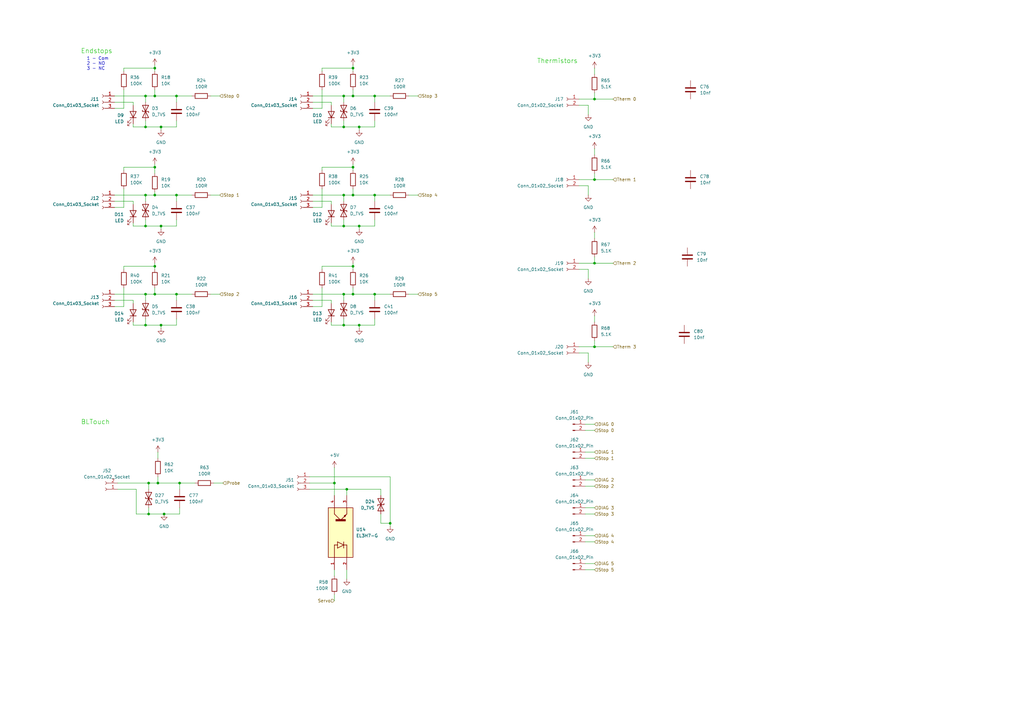
<source format=kicad_sch>
(kicad_sch (version 20231120) (generator "eeschema") (generator_version "8.0")
  (paper "A3")
  (lib_symbols
    (symbol "Connector:Conn_01x02_Pin" (pin_names (offset 1.016) hide)
      (property "Reference" "J" (at 0 2.54 0))
      (property "Value" "Conn_01x02_Pin" (at 0 -5.08 0))
      (symbol "Conn_01x02_Pin_1_1"
        (polyline (pts (xy 1.27 -2.54) (xy 0.8636 -2.54)) (stroke (width 0.1524)))
        (polyline (pts (xy 1.27 0) (xy 0.8636 0)) (stroke (width 0.1524)))
        (rectangle (start 0.8636 -2.413) (end 0 -2.667) (stroke (width 0.1524)) (fill (type outline)))
        (rectangle (start 0.8636 0.127) (end 0 -0.127) (stroke (width 0.1524)) (fill (type outline)))
        (pin passive line (at 5.08 0 180) (length 3.81) (name "Pin_1") (number "1"))
        (pin passive line (at 5.08 -2.54 180) (length 3.81) (name "Pin_2") (number "2"))
      )
    )
    (symbol "Connector:Conn_01x02_Socket" (pin_names (offset 1.016) hide)
      (property "Reference" "J" (at 0 2.54 0))
      (property "Value" "Conn_01x02_Socket" (at 0 -5.08 0))
      (symbol "Conn_01x02_Socket_1_1"
        (arc (start 0 -2.032) (mid -0.5058 -2.54) (end 0 -3.048) (stroke (width 0.1524)))
        (polyline (pts (xy -1.27 -2.54) (xy -0.508 -2.54)) (stroke (width 0.1524)))
        (polyline (pts (xy -1.27 0) (xy -0.508 0)) (stroke (width 0.1524)))
        (arc (start 0 0.508) (mid -0.5058 0) (end 0 -0.508) (stroke (width 0.1524)))
        (pin passive line (at -5.08 0 0) (length 3.81) (name "Pin_1") (number "1"))
        (pin passive line (at -5.08 -2.54 0) (length 3.81) (name "Pin_2") (number "2"))
      )
    )
    (symbol "Connector:Conn_01x03_Socket" (pin_names (offset 1.016) hide)
      (property "Reference" "J" (at 0 5.08 0))
      (property "Value" "Conn_01x03_Socket" (at 0 -5.08 0))
      (symbol "Conn_01x03_Socket_1_1"
        (arc (start 0 -2.032) (mid -0.5058 -2.54) (end 0 -3.048) (stroke (width 0.1524)))
        (polyline (pts (xy -1.27 -2.54) (xy -0.508 -2.54)) (stroke (width 0.1524)))
        (polyline (pts (xy -1.27 0) (xy -0.508 0)) (stroke (width 0.1524)))
        (polyline (pts (xy -1.27 2.54) (xy -0.508 2.54)) (stroke (width 0.1524)))
        (arc (start 0 0.508) (mid -0.5058 0) (end 0 -0.508) (stroke (width 0.1524)))
        (arc (start 0 3.048) (mid -0.5058 2.54) (end 0 2.032) (stroke (width 0.1524)))
        (pin passive line (at -5.08 2.54 0) (length 3.81) (name "Pin_1") (number "1"))
        (pin passive line (at -5.08 0 0) (length 3.81) (name "Pin_2") (number "2"))
        (pin passive line (at -5.08 -2.54 0) (length 3.81) (name "Pin_3") (number "3"))
      )
    )
    (symbol "Device:C" (pin_numbers hide) (pin_names (offset 0.254))
      (property "Reference" "C" (at 0.635 2.54 0))
      (property "Value" "C" (at 0.635 -2.54 0))
      (symbol "C_0_1"
        (polyline (pts (xy -2.032 -0.762) (xy 2.032 -0.762)) (stroke (width 0.508)))
        (polyline (pts (xy -2.032 0.762) (xy 2.032 0.762)) (stroke (width 0.508)))
      )
      (symbol "C_1_1"
        (pin passive line (at 0 3.81 270) (length 2.794) (name "~") (number "1"))
        (pin passive line (at 0 -3.81 90) (length 2.794) (name "~") (number "2"))
      )
    )
    (symbol "Device:D_TVS" (pin_numbers hide) (pin_names (offset 1.016) hide)
      (property "Reference" "D" (at 0 2.54 0))
      (property "Value" "D_TVS" (at 0 -2.54 0))
      (symbol "D_TVS_0_1"
        (polyline (pts (xy 1.27 0) (xy -1.27 0)))
        (polyline (pts (xy 0.508 1.27) (xy 0 1.27) (xy 0 -1.27) (xy -0.508 -1.27)) (stroke (width 0.254)))
        (polyline (pts (xy -2.54 1.27) (xy -2.54 -1.27) (xy 2.54 1.27) (xy 2.54 -1.27) (xy -2.54 1.27)) (stroke (width 0.254)))
      )
      (symbol "D_TVS_1_1"
        (pin passive line (at -3.81 0 0) (length 2.54) (name "A1") (number "1"))
        (pin passive line (at 3.81 0 180) (length 2.54) (name "A2") (number "2"))
      )
    )
    (symbol "Device:LED" (pin_numbers hide) (pin_names (offset 1.016) hide)
      (property "Reference" "D" (at 0 2.54 0))
      (property "Value" "LED" (at 0 -2.54 0))
      (symbol "LED_0_1"
        (polyline (pts (xy -1.27 -1.27) (xy -1.27 1.27)) (stroke (width 0.254)))
        (polyline (pts (xy -1.27 0) (xy 1.27 0)))
        (polyline (pts (xy 1.27 -1.27) (xy 1.27 1.27) (xy -1.27 0) (xy 1.27 -1.27)) (stroke (width 0.254)))
        (polyline (pts (xy -3.048 -0.762) (xy -4.572 -2.286) (xy -3.81 -2.286) (xy -4.572 -2.286) (xy -4.572 -1.524)))
        (polyline (pts (xy -1.778 -0.762) (xy -3.302 -2.286) (xy -2.54 -2.286) (xy -3.302 -2.286) (xy -3.302 -1.524)))
      )
      (symbol "LED_1_1"
        (pin passive line (at -3.81 0 0) (length 2.54) (name "K") (number "1"))
        (pin passive line (at 3.81 0 180) (length 2.54) (name "A") (number "2"))
      )
    )
    (symbol "Device:R" (pin_numbers hide) (pin_names (offset 0))
      (property "Reference" "R" (at 2.032 0 90))
      (property "Value" "R" (at 0 0 90))
      (symbol "R_0_1"
        (rectangle (start -1.016 -2.54) (end 1.016 2.54) (stroke (width 0.254)))
      )
      (symbol "R_1_1"
        (pin passive line (at 0 3.81 270) (length 1.27) (name "~") (number "1"))
        (pin passive line (at 0 -3.81 90) (length 1.27) (name "~") (number "2"))
      )
    )
    (symbol "EL3H7-G:EL3H7-G" (pin_names (offset 1.016))
      (property "Reference" "U" (at -10.1649 5.5934 0))
      (property "Value" "EL3H7-G" (at -10.1606 -7.621 0))
      (symbol "EL3H7-G_0_0"
        (rectangle (start -10.16 -5.08) (end 10.16 5.08) (stroke (width 0.254)) (fill (type background)))
        (polyline (pts (xy -10.16 -2.54) (xy -5.08 -2.54)) (stroke (width 0.254)))
        (polyline (pts (xy -10.16 2.54) (xy -5.08 2.54)) (stroke (width 0.254)))
        (polyline (pts (xy -6.35 -1.27) (xy -5.08 -1.27)) (stroke (width 0.254)))
        (polyline (pts (xy -6.35 1.27) (xy -5.08 -1.27)) (stroke (width 0.254)))
        (polyline (pts (xy -6.35 1.27) (xy -5.08 1.27)) (stroke (width 0.254)))
        (polyline (pts (xy -5.08 -1.27) (xy -5.08 -2.54)) (stroke (width 0.254)))
        (polyline (pts (xy -5.08 -1.27) (xy -3.81 -1.27)) (stroke (width 0.254)))
        (polyline (pts (xy -5.08 -1.27) (xy -3.81 1.27)) (stroke (width 0.254)))
        (polyline (pts (xy -5.08 1.27) (xy -5.08 2.54)) (stroke (width 0.254)))
        (polyline (pts (xy -5.08 1.27) (xy -3.81 1.27)) (stroke (width 0.254)))
        (polyline (pts (xy 5.08 0) (xy 7.62 -2.54)) (stroke (width 0.254)))
        (polyline (pts (xy 7.62 -2.54) (xy 10.16 -2.54)) (stroke (width 0.254)))
        (polyline (pts (xy 7.62 2.54) (xy 5.08 0)) (stroke (width 0.254)))
        (polyline (pts (xy 7.62 2.54) (xy 10.16 2.54)) (stroke (width 0.254)))
        (polyline (pts (xy 6.985 -1.397) (xy 7.366 -2.286) (xy 6.35 -1.778) (xy 6.985 -1.397)) (stroke (width 0.1524)) (fill (type outline)))
        (rectangle (start 4.7028 -2.0337) (end 5.461 2.032) (stroke (width 0.1)) (fill (type outline)))
        (pin passive line (at -15.24 2.54 0) (length 5.08) (name "~") (number "1"))
        (pin passive line (at -15.24 -2.54 0) (length 5.08) (name "~") (number "2"))
        (pin passive line (at 15.24 -2.54 180) (length 5.08) (name "~") (number "3"))
        (pin passive line (at 15.24 2.54 180) (length 5.08) (name "~") (number "4"))
      )
    )
    (symbol "power:+3V3" (power) (pin_numbers hide) (pin_names (offset 0) hide)
      (property "Value" "+3V3" (at 0 3.556 0))
      (symbol "+3V3_0_1"
        (polyline (pts (xy -0.762 1.27) (xy 0 2.54)))
        (polyline (pts (xy 0 0) (xy 0 2.54)))
        (polyline (pts (xy 0 2.54) (xy 0.762 1.27)))
      )
      (symbol "+3V3_1_1"
        (pin power_in line (at 0 0 90) (length 0) (name "~") (number "1"))
      )
    )
    (symbol "power:+5V" (power) (pin_numbers hide) (pin_names (offset 0) hide)
      (property "Value" "+5V" (at 0 3.556 0))
      (symbol "+5V_0_1"
        (polyline (pts (xy -0.762 1.27) (xy 0 2.54)))
        (polyline (pts (xy 0 0) (xy 0 2.54)))
        (polyline (pts (xy 0 2.54) (xy 0.762 1.27)))
      )
      (symbol "+5V_1_1"
        (pin power_in line (at 0 0 90) (length 0) (name "~") (number "1"))
      )
    )
    (symbol "power:GND" (power) (pin_numbers hide) (pin_names (offset 0) hide)
      (property "Value" "GND" (at 0 -3.81 0))
      (symbol "GND_0_1"
        (polyline (pts (xy 0 0) (xy 0 -1.27) (xy 1.27 -1.27) (xy 0 -2.54) (xy -1.27 -1.27) (xy 0 -1.27)))
      )
      (symbol "GND_1_1"
        (pin power_in line (at 0 0 270) (length 0) (name "~") (number "1"))
      )
    )
  )
  (junction (at 153.67 39.37))
  (junction (at 59.69 120.65))
  (junction (at 72.39 120.65))
  (junction (at 147.32 133.35))
  (junction (at 72.39 80.01))
  (junction (at 140.97 92.71))
  (junction (at 63.5 39.37))
  (junction (at 144.78 68.58))
  (junction (at 59.69 39.37))
  (junction (at 144.78 27.94))
  (junction (at 59.69 133.35))
  (junction (at 144.78 39.37))
  (junction (at 160.02 214.63))
  (junction (at 140.97 80.01))
  (junction (at 63.5 80.01))
  (junction (at 66.04 133.35))
  (junction (at 66.04 92.71))
  (junction (at 140.97 120.65))
  (junction (at 140.97 133.35))
  (junction (at 66.04 52.07))
  (junction (at 140.97 39.37))
  (junction (at 137.16 198.12))
  (junction (at 60.96 198.12))
  (junction (at 144.78 80.01))
  (junction (at 243.84 73.66))
  (junction (at 67.31 210.82))
  (junction (at 243.84 40.64))
  (junction (at 153.67 80.01))
  (junction (at 147.32 92.71))
  (junction (at 243.84 107.95))
  (junction (at 60.96 210.82))
  (junction (at 72.39 39.37))
  (junction (at 63.5 68.58))
  (junction (at 73.66 198.12))
  (junction (at 59.69 92.71))
  (junction (at 147.32 52.07))
  (junction (at 144.78 120.65))
  (junction (at 63.5 27.94))
  (junction (at 140.97 52.07))
  (junction (at 59.69 52.07))
  (junction (at 153.67 120.65))
  (junction (at 142.24 200.66))
  (junction (at 144.78 109.22))
  (junction (at 63.5 120.65))
  (junction (at 243.84 142.24))
  (junction (at 64.77 198.12))
  (junction (at 59.69 80.01))
  (junction (at 63.5 109.22))
  (wire (pts (xy 59.69 130.81) (xy 59.69 133.35)))
  (wire (pts (xy 137.16 243.84) (xy 137.16 246.38)))
  (wire (pts (xy 140.97 52.07) (xy 147.32 52.07)))
  (wire (pts (xy 144.78 107.95) (xy 144.78 109.22)))
  (wire (pts (xy 132.08 85.09) (xy 128.27 85.09)))
  (wire (pts (xy 59.69 80.01) (xy 63.5 80.01)))
  (wire (pts (xy 243.84 185.42) (xy 240.03 185.42)))
  (wire (pts (xy 50.8 29.21) (xy 50.8 27.94)))
  (wire (pts (xy 132.08 69.85) (xy 132.08 68.58)))
  (wire (pts (xy 147.32 92.71) (xy 153.67 92.71)))
  (wire (pts (xy 167.64 120.65) (xy 171.45 120.65)))
  (wire (pts (xy 73.66 210.82) (xy 73.66 208.28)))
  (wire (pts (xy 243.84 176.53) (xy 240.03 176.53)))
  (wire (pts (xy 243.84 231.14) (xy 240.03 231.14)))
  (wire (pts (xy 50.8 69.85) (xy 50.8 68.58)))
  (wire (pts (xy 66.04 52.07) (xy 72.39 52.07)))
  (wire (pts (xy 72.39 52.07) (xy 72.39 49.53)))
  (wire (pts (xy 140.97 39.37) (xy 144.78 39.37)))
  (wire (pts (xy 243.84 142.24) (xy 251.46 142.24)))
  (wire (pts (xy 63.5 27.94) (xy 63.5 29.21)))
  (wire (pts (xy 160.02 195.58) (xy 160.02 214.63)))
  (wire (pts (xy 153.67 80.01) (xy 160.02 80.01)))
  (wire (pts (xy 142.24 200.66) (xy 142.24 203.2)))
  (wire (pts (xy 63.5 109.22) (xy 63.5 110.49)))
  (wire (pts (xy 66.04 92.71) (xy 72.39 92.71)))
  (wire (pts (xy 128.27 123.19) (xy 135.89 123.19)))
  (wire (pts (xy 243.84 40.64) (xy 243.84 38.1)))
  (wire (pts (xy 50.8 36.83) (xy 50.8 44.45)))
  (wire (pts (xy 147.32 134.62) (xy 147.32 133.35)))
  (wire (pts (xy 147.32 52.07) (xy 153.67 52.07)))
  (wire (pts (xy 243.84 129.54) (xy 243.84 132.08)))
  (wire (pts (xy 59.69 120.65) (xy 63.5 120.65)))
  (wire (pts (xy 153.67 39.37) (xy 153.67 41.91)))
  (wire (pts (xy 54.61 92.71) (xy 59.69 92.71)))
  (wire (pts (xy 160.02 215.9) (xy 160.02 214.63)))
  (wire (pts (xy 241.3 114.3) (xy 241.3 110.49)))
  (wire (pts (xy 50.8 77.47) (xy 50.8 85.09)))
  (wire (pts (xy 137.16 198.12) (xy 137.16 203.2)))
  (wire (pts (xy 132.08 109.22) (xy 144.78 109.22)))
  (wire (pts (xy 135.89 92.71) (xy 140.97 92.71)))
  (wire (pts (xy 128.27 41.91) (xy 135.89 41.91)))
  (wire (pts (xy 243.84 222.25) (xy 240.03 222.25)))
  (wire (pts (xy 87.63 198.12) (xy 91.44 198.12)))
  (wire (pts (xy 243.84 173.99) (xy 240.03 173.99)))
  (wire (pts (xy 144.78 118.11) (xy 144.78 120.65)))
  (wire (pts (xy 153.67 80.01) (xy 144.78 80.01)))
  (wire (pts (xy 59.69 80.01) (xy 59.69 82.55)))
  (wire (pts (xy 54.61 41.91) (xy 54.61 43.18)))
  (wire (pts (xy 140.97 133.35) (xy 147.32 133.35)))
  (wire (pts (xy 132.08 77.47) (xy 132.08 85.09)))
  (wire (pts (xy 243.84 73.66) (xy 251.46 73.66)))
  (wire (pts (xy 46.99 80.01) (xy 59.69 80.01)))
  (wire (pts (xy 72.39 80.01) (xy 63.5 80.01)))
  (wire (pts (xy 64.77 195.58) (xy 64.77 198.12)))
  (wire (pts (xy 127 200.66) (xy 142.24 200.66)))
  (wire (pts (xy 54.61 133.35) (xy 59.69 133.35)))
  (wire (pts (xy 86.36 120.65) (xy 90.17 120.65)))
  (wire (pts (xy 140.97 120.65) (xy 140.97 123.19)))
  (wire (pts (xy 46.99 39.37) (xy 59.69 39.37)))
  (wire (pts (xy 72.39 120.65) (xy 72.39 123.19)))
  (wire (pts (xy 144.78 109.22) (xy 144.78 110.49)))
  (wire (pts (xy 54.61 50.8) (xy 54.61 52.07)))
  (wire (pts (xy 132.08 125.73) (xy 128.27 125.73)))
  (wire (pts (xy 142.24 200.66) (xy 156.21 200.66)))
  (wire (pts (xy 132.08 110.49) (xy 132.08 109.22)))
  (wire (pts (xy 132.08 27.94) (xy 144.78 27.94)))
  (wire (pts (xy 237.49 43.18) (xy 241.3 43.18)))
  (wire (pts (xy 243.84 208.28) (xy 240.03 208.28)))
  (wire (pts (xy 132.08 29.21) (xy 132.08 27.94)))
  (wire (pts (xy 147.32 53.34) (xy 147.32 52.07)))
  (wire (pts (xy 153.67 39.37) (xy 160.02 39.37)))
  (wire (pts (xy 140.97 120.65) (xy 144.78 120.65)))
  (wire (pts (xy 46.99 41.91) (xy 54.61 41.91)))
  (wire (pts (xy 59.69 49.53) (xy 59.69 52.07)))
  (wire (pts (xy 54.61 132.08) (xy 54.61 133.35)))
  (wire (pts (xy 140.97 92.71) (xy 147.32 92.71)))
  (wire (pts (xy 243.84 219.71) (xy 240.03 219.71)))
  (wire (pts (xy 60.96 198.12) (xy 60.96 200.66)))
  (wire (pts (xy 50.8 68.58) (xy 63.5 68.58)))
  (wire (pts (xy 54.61 52.07) (xy 59.69 52.07)))
  (wire (pts (xy 153.67 133.35) (xy 153.67 130.81)))
  (wire (pts (xy 59.69 39.37) (xy 59.69 41.91)))
  (wire (pts (xy 237.49 107.95) (xy 243.84 107.95)))
  (wire (pts (xy 137.16 233.68) (xy 137.16 236.22)))
  (wire (pts (xy 243.84 73.66) (xy 243.84 71.12)))
  (wire (pts (xy 46.99 82.55) (xy 54.61 82.55)))
  (wire (pts (xy 243.84 60.96) (xy 243.84 63.5)))
  (wire (pts (xy 50.8 110.49) (xy 50.8 109.22)))
  (wire (pts (xy 156.21 214.63) (xy 160.02 214.63)))
  (wire (pts (xy 243.84 40.64) (xy 251.46 40.64)))
  (wire (pts (xy 50.8 125.73) (xy 46.99 125.73)))
  (wire (pts (xy 63.5 67.31) (xy 63.5 68.58)))
  (wire (pts (xy 54.61 82.55) (xy 54.61 83.82)))
  (wire (pts (xy 243.84 210.82) (xy 240.03 210.82)))
  (wire (pts (xy 128.27 39.37) (xy 140.97 39.37)))
  (wire (pts (xy 243.84 199.39) (xy 240.03 199.39)))
  (wire (pts (xy 135.89 82.55) (xy 135.89 83.82)))
  (wire (pts (xy 147.32 93.98) (xy 147.32 92.71)))
  (wire (pts (xy 72.39 39.37) (xy 72.39 41.91)))
  (wire (pts (xy 73.66 198.12) (xy 64.77 198.12)))
  (wire (pts (xy 46.99 123.19) (xy 54.61 123.19)))
  (wire (pts (xy 50.8 44.45) (xy 46.99 44.45)))
  (wire (pts (xy 140.97 130.81) (xy 140.97 133.35)))
  (wire (pts (xy 135.89 132.08) (xy 135.89 133.35)))
  (wire (pts (xy 63.5 118.11) (xy 63.5 120.65)))
  (wire (pts (xy 50.8 109.22) (xy 63.5 109.22)))
  (wire (pts (xy 153.67 80.01) (xy 153.67 82.55)))
  (wire (pts (xy 60.96 208.28) (xy 60.96 210.82)))
  (wire (pts (xy 135.89 133.35) (xy 140.97 133.35)))
  (wire (pts (xy 60.96 198.12) (xy 64.77 198.12)))
  (wire (pts (xy 72.39 39.37) (xy 78.74 39.37)))
  (wire (pts (xy 135.89 123.19) (xy 135.89 124.46)))
  (wire (pts (xy 241.3 46.99) (xy 241.3 43.18)))
  (wire (pts (xy 63.5 68.58) (xy 63.5 71.12)))
  (wire (pts (xy 72.39 120.65) (xy 78.74 120.65)))
  (wire (pts (xy 72.39 92.71) (xy 72.39 90.17)))
  (wire (pts (xy 243.84 27.94) (xy 243.84 30.48)))
  (wire (pts (xy 59.69 52.07) (xy 66.04 52.07)))
  (wire (pts (xy 241.3 80.01) (xy 241.3 76.2)))
  (wire (pts (xy 59.69 133.35) (xy 66.04 133.35)))
  (wire (pts (xy 128.27 82.55) (xy 135.89 82.55)))
  (wire (pts (xy 135.89 50.8) (xy 135.89 52.07)))
  (wire (pts (xy 153.67 39.37) (xy 144.78 39.37)))
  (wire (pts (xy 86.36 80.01) (xy 90.17 80.01)))
  (wire (pts (xy 59.69 92.71) (xy 66.04 92.71)))
  (wire (pts (xy 48.26 198.12) (xy 60.96 198.12)))
  (wire (pts (xy 241.3 148.59) (xy 241.3 144.78)))
  (wire (pts (xy 50.8 27.94) (xy 63.5 27.94)))
  (wire (pts (xy 127 195.58) (xy 160.02 195.58)))
  (wire (pts (xy 237.49 73.66) (xy 243.84 73.66)))
  (wire (pts (xy 72.39 80.01) (xy 72.39 82.55)))
  (wire (pts (xy 132.08 118.11) (xy 132.08 125.73)))
  (wire (pts (xy 237.49 110.49) (xy 241.3 110.49)))
  (wire (pts (xy 237.49 142.24) (xy 243.84 142.24)))
  (wire (pts (xy 66.04 53.34) (xy 66.04 52.07)))
  (wire (pts (xy 86.36 39.37) (xy 90.17 39.37)))
  (wire (pts (xy 237.49 76.2) (xy 241.3 76.2)))
  (wire (pts (xy 137.16 198.12) (xy 137.16 191.77)))
  (wire (pts (xy 153.67 52.07) (xy 153.67 49.53)))
  (wire (pts (xy 73.66 198.12) (xy 80.01 198.12)))
  (wire (pts (xy 144.78 36.83) (xy 144.78 39.37)))
  (wire (pts (xy 153.67 92.71) (xy 153.67 90.17)))
  (wire (pts (xy 144.78 27.94) (xy 144.78 29.21)))
  (wire (pts (xy 128.27 120.65) (xy 140.97 120.65)))
  (wire (pts (xy 132.08 36.83) (xy 132.08 44.45)))
  (wire (pts (xy 72.39 80.01) (xy 78.74 80.01)))
  (wire (pts (xy 55.88 200.66) (xy 55.88 210.82)))
  (wire (pts (xy 243.84 196.85) (xy 240.03 196.85)))
  (wire (pts (xy 140.97 80.01) (xy 144.78 80.01)))
  (wire (pts (xy 66.04 133.35) (xy 72.39 133.35)))
  (wire (pts (xy 243.84 233.68) (xy 240.03 233.68)))
  (wire (pts (xy 167.64 39.37) (xy 171.45 39.37)))
  (wire (pts (xy 64.77 185.42) (xy 64.77 187.96)))
  (wire (pts (xy 135.89 52.07) (xy 140.97 52.07)))
  (wire (pts (xy 167.64 80.01) (xy 171.45 80.01)))
  (wire (pts (xy 73.66 198.12) (xy 73.66 200.66)))
  (wire (pts (xy 72.39 120.65) (xy 63.5 120.65)))
  (wire (pts (xy 66.04 93.98) (xy 66.04 92.71)))
  (wire (pts (xy 243.84 95.25) (xy 243.84 97.79)))
  (wire (pts (xy 237.49 144.78) (xy 241.3 144.78)))
  (wire (pts (xy 144.78 68.58) (xy 144.78 69.85)))
  (wire (pts (xy 59.69 39.37) (xy 63.5 39.37)))
  (wire (pts (xy 135.89 91.44) (xy 135.89 92.71)))
  (wire (pts (xy 67.31 210.82) (xy 73.66 210.82)))
  (wire (pts (xy 54.61 123.19) (xy 54.61 124.46)))
  (wire (pts (xy 147.32 133.35) (xy 153.67 133.35)))
  (wire (pts (xy 59.69 120.65) (xy 59.69 123.19)))
  (wire (pts (xy 63.5 78.74) (xy 63.5 80.01)))
  (wire (pts (xy 153.67 120.65) (xy 153.67 123.19)))
  (wire (pts (xy 132.08 44.45) (xy 128.27 44.45)))
  (wire (pts (xy 237.49 40.64) (xy 243.84 40.64)))
  (wire (pts (xy 72.39 39.37) (xy 63.5 39.37)))
  (wire (pts (xy 140.97 80.01) (xy 140.97 82.55)))
  (wire (pts (xy 140.97 39.37) (xy 140.97 41.91)))
  (wire (pts (xy 243.84 107.95) (xy 251.46 107.95)))
  (wire (pts (xy 144.78 77.47) (xy 144.78 80.01)))
  (wire (pts (xy 142.24 233.68) (xy 142.24 237.49)))
  (wire (pts (xy 50.8 85.09) (xy 46.99 85.09)))
  (wire (pts (xy 63.5 107.95) (xy 63.5 109.22)))
  (wire (pts (xy 60.96 210.82) (xy 67.31 210.82)))
  (wire (pts (xy 128.27 80.01) (xy 140.97 80.01)))
  (wire (pts (xy 140.97 90.17) (xy 140.97 92.71)))
  (wire (pts (xy 63.5 26.67) (xy 63.5 27.94)))
  (wire (pts (xy 135.89 41.91) (xy 135.89 43.18)))
  (wire (pts (xy 153.67 120.65) (xy 144.78 120.65)))
  (wire (pts (xy 127 198.12) (xy 137.16 198.12)))
  (wire (pts (xy 50.8 118.11) (xy 50.8 125.73)))
  (wire (pts (xy 144.78 67.31) (xy 144.78 68.58)))
  (wire (pts (xy 54.61 91.44) (xy 54.61 92.71)))
  (wire (pts (xy 144.78 26.67) (xy 144.78 27.94)))
  (wire (pts (xy 243.84 142.24) (xy 243.84 139.7)))
  (wire (pts (xy 66.04 134.62) (xy 66.04 133.35)))
  (wire (pts (xy 156.21 200.66) (xy 156.21 203.2)))
  (wire (pts (xy 46.99 120.65) (xy 59.69 120.65)))
  (wire (pts (xy 243.84 107.95) (xy 243.84 105.41)))
  (wire (pts (xy 153.67 120.65) (xy 160.02 120.65)))
  (wire (pts (xy 59.69 90.17) (xy 59.69 92.71)))
  (wire (pts (xy 132.08 68.58) (xy 144.78 68.58)))
  (wire (pts (xy 48.26 200.66) (xy 55.88 200.66)))
  (wire (pts (xy 72.39 133.35) (xy 72.39 130.81)))
  (wire (pts (xy 156.21 210.82) (xy 156.21 214.63)))
  (wire (pts (xy 243.84 187.96) (xy 240.03 187.96)))
  (wire (pts (xy 55.88 210.82) (xy 60.96 210.82)))
  (wire (pts (xy 140.97 49.53) (xy 140.97 52.07)))
  (wire (pts (xy 63.5 36.83) (xy 63.5 39.37)))
  (text "1 - Com\n2 - NO\n3 - NC" (at 35.56 26.162 0) (effects (font (size 1.27 1.27)) (justify left)))
  (text "Endstops" (at 39.624 21.082 0) (effects (font (size 1.905 1.905))))
  (text "BLTouch" (at 39.116 173.228 0) (effects (font (size 1.905 1.905))))
  (text "Thermistors\n" (at 228.6 25.146 0) (effects (font (size 1.905 1.905))))
  (hierarchical_label "DIAG 1" (shape input) (at 243.84 185.42 0))
  (hierarchical_label "Stop 1" (shape input) (at 243.84 187.96 0))
  (hierarchical_label "Servo" (shape input) (at 137.16 246.38 180))
  (hierarchical_label "Stop 3" (shape input) (at 243.84 210.82 0))
  (hierarchical_label "DIAG 4" (shape input) (at 243.84 219.71 0))
  (hierarchical_label "Probe" (shape input) (at 91.44 198.12 0))
  (hierarchical_label "Therm 1" (shape input) (at 251.46 73.66 0))
  (hierarchical_label "Stop 3" (shape input) (at 171.45 39.37 0))
  (hierarchical_label "DIAG 3" (shape input) (at 243.84 208.28 0))
  (hierarchical_label "Therm 3" (shape input) (at 251.46 142.24 0))
  (hierarchical_label "Stop 0" (shape input) (at 90.17 39.37 0))
  (hierarchical_label "Stop 5" (shape input) (at 171.45 120.65 0))
  (hierarchical_label "DIAG 5" (shape input) (at 243.84 231.14 0))
  (hierarchical_label "Stop 5" (shape input) (at 243.84 233.68 0))
  (hierarchical_label "DIAG 2" (shape input) (at 243.84 196.85 0))
  (hierarchical_label "Stop 0" (shape input) (at 243.84 176.53 0))
  (hierarchical_label "DIAG 0" (shape input) (at 243.84 173.99 0))
  (hierarchical_label "Stop 4" (shape input) (at 243.84 222.25 0))
  (hierarchical_label "Stop 4" (shape input) (at 171.45 80.01 0))
  (hierarchical_label "Stop 1" (shape input) (at 90.17 80.01 0))
  (hierarchical_label "Therm 2" (shape input) (at 251.46 107.95 0))
  (hierarchical_label "Therm 0" (shape input) (at 251.46 40.64 0))
  (hierarchical_label "Stop 2" (shape input) (at 90.17 120.65 0))
  (hierarchical_label "Stop 2" (shape input) (at 243.84 199.39 0))
  (symbol (lib_id "Device:R") (at 132.08 33.02 0) (unit 1)
    (property "Reference" "R39" (at 134.62 31.7499 0) (effects (justify left)))
    (property "Value" "100K" (at 134.62 34.2899 0) (effects (justify left)))
    (property "Footprint" "Resistor_SMD:R_0603_1608Metric" (effects (hide yes)))
    (property "Description" "Resistor" (effects (hide yes)))
  )
  (symbol (lib_id "power:+5V") (at 137.16 191.77 0) (unit 1)
    (property "Reference" "#PWR0118" (effects (hide yes)))
    (property "Value" "+5V" (at 137.16 186.69 0))
    (property "Description" "Power symbol creates a global label with name \"+5V\"" (effects (hide yes)))
  )
  (symbol (lib_id "Device:R") (at 82.55 39.37 90) (unit 1)
    (property "Reference" "R24" (at 82.55 33.02 90))
    (property "Value" "100R" (at 82.55 35.56 90))
    (property "Footprint" "Resistor_SMD:R_0603_1608Metric" (effects (hide yes)))
    (property "Description" "Resistor" (effects (hide yes)))
  )
  (symbol (lib_id "Device:R") (at 243.84 101.6 0) (unit 1)
    (property "Reference" "R67" (at 246.38 100.3299 0) (effects (justify left)))
    (property "Value" "5.1K" (at 246.38 102.8699 0) (effects (justify left)))
    (property "Footprint" "Resistor_SMD:R_0603_1608Metric" (effects (hide yes)))
    (property "Description" "Resistor" (effects (hide yes)))
  )
  (symbol (lib_id "Device:R") (at 137.16 240.03 0) (mirror x) (unit 1)
    (property "Reference" "R58" (at 134.62 238.7599 0) (effects (justify right)))
    (property "Value" "100R" (at 134.62 241.2999 0) (effects (justify right)))
    (property "Footprint" "Resistor_SMD:R_0603_1608Metric" (effects (hide yes)))
    (property "Description" "Resistor" (effects (hide yes)))
  )
  (symbol (lib_id "power:+3V3") (at 63.5 26.67 0) (unit 1)
    (property "Reference" "#PWR0140" (effects (hide yes)))
    (property "Value" "+3V3" (at 63.5 21.59 0))
    (property "Description" "Power symbol creates a global label with name \"+3V3\"" (effects (hide yes)))
  )
  (symbol (lib_id "Device:R") (at 144.78 114.3 0) (unit 1)
    (property "Reference" "R26" (at 147.32 113.0299 0) (effects (justify left)))
    (property "Value" "10K" (at 147.32 115.5699 0) (effects (justify left)))
    (property "Footprint" "Resistor_SMD:R_0603_1608Metric" (effects (hide yes)))
    (property "Description" "Resistor" (effects (hide yes)))
  )
  (symbol (lib_id "Device:R") (at 132.08 73.66 0) (unit 1)
    (property "Reference" "R38" (at 134.62 72.3899 0) (effects (justify left)))
    (property "Value" "100K" (at 134.62 74.9299 0) (effects (justify left)))
    (property "Footprint" "Resistor_SMD:R_0603_1608Metric" (effects (hide yes)))
    (property "Description" "Resistor" (effects (hide yes)))
  )
  (symbol (lib_id "Device:LED") (at 54.61 46.99 270) (mirror x) (unit 1)
    (property "Reference" "D9" (at 50.8 47.3074 90) (effects (justify right)))
    (property "Value" "LED" (at 50.8 49.8474 90) (effects (justify right)))
    (property "Footprint" "LED_SMD:LED_0603_1608Metric" (effects (hide yes)))
    (property "Description" "Light emitting diode" (effects (hide yes)))
  )
  (symbol (lib_id "power:GND") (at 160.02 215.9 0) (unit 1)
    (property "Reference" "#PWR0122" (effects (hide yes)))
    (property "Value" "GND" (at 160.02 220.98 0))
    (property "Description" "Power symbol creates a global label with name \"GND\" , ground" (effects (hide yes)))
  )
  (symbol (lib_id "Connector:Conn_01x03_Socket") (at 121.92 198.12 0) (mirror y) (unit 1)
    (property "Reference" "J51" (at 120.65 196.8499 0) (effects (justify left)))
    (property "Value" "Conn_01x03_Socket" (at 120.65 199.3899 0) (effects (justify left)))
    (property "Footprint" "Connector_JST:JST_XH_B3B-XH-A_1x03_P2.50mm_Vertical" (effects (hide yes)))
    (property "Description" "Generic connector, single row, 01x03, script generated" (effects (hide yes)))
  )
  (symbol (lib_id "Device:D_TVS") (at 140.97 86.36 90) (unit 1)
    (property "Reference" "D7" (at 143.51 85.0899 90) (effects (justify right)))
    (property "Value" "D_TVS" (at 143.51 87.6299 90) (effects (justify right)))
    (property "Footprint" "Diode_SMD:D_SOD-882" (effects (hide yes)))
    (property "Description" "Bidirectional transient-voltage-suppression diode" (effects (hide yes)))
  )
  (symbol (lib_id "Device:R") (at 163.83 120.65 90) (unit 1)
    (property "Reference" "R29" (at 163.83 114.3 90))
    (property "Value" "100R" (at 163.83 116.84 90))
    (property "Footprint" "Resistor_SMD:R_0603_1608Metric" (effects (hide yes)))
    (property "Description" "Resistor" (effects (hide yes)))
  )
  (symbol (lib_id "Connector:Conn_01x02_Pin") (at 234.95 208.28 0) (unit 1)
    (property "Reference" "J64" (at 235.585 203.2 0))
    (property "Value" "Conn_01x02_Pin" (at 235.585 205.74 0))
    (property "Footprint" "Connector_PinHeader_2.54mm:PinHeader_1x02_P2.54mm_Vertical" (effects (hide yes)))
    (property "Description" "Generic connector, single row, 01x02, script generated" (effects (hide yes)))
  )
  (symbol (lib_id "Device:R") (at 82.55 120.65 90) (unit 1)
    (property "Reference" "R22" (at 82.55 114.3 90))
    (property "Value" "100R" (at 82.55 116.84 90))
    (property "Footprint" "Resistor_SMD:R_0603_1608Metric" (effects (hide yes)))
    (property "Description" "Resistor" (effects (hide yes)))
  )
  (symbol (lib_id "Device:R") (at 243.84 34.29 0) (unit 1)
    (property "Reference" "R65" (at 246.38 33.0199 0) (effects (justify left)))
    (property "Value" "5.1K" (at 246.38 35.5599 0) (effects (justify left)))
    (property "Footprint" "Resistor_SMD:R_0603_1608Metric" (effects (hide yes)))
    (property "Description" "Resistor" (effects (hide yes)))
  )
  (symbol (lib_id "power:+3V3") (at 243.84 27.94 0) (unit 1)
    (property "Reference" "#PWR016" (effects (hide yes)))
    (property "Value" "+3V3" (at 243.84 22.86 0))
    (property "Description" "Power symbol creates a global label with name \"+3V3\"" (effects (hide yes)))
  )
  (symbol (lib_id "Device:R") (at 132.08 114.3 0) (unit 1)
    (property "Reference" "R41" (at 134.62 113.0299 0) (effects (justify left)))
    (property "Value" "100K" (at 134.62 115.5699 0) (effects (justify left)))
    (property "Footprint" "Resistor_SMD:R_0603_1608Metric" (effects (hide yes)))
    (property "Description" "Resistor" (effects (hide yes)))
  )
  (symbol (lib_id "Device:D_TVS") (at 59.69 86.36 90) (unit 1)
    (property "Reference" "D4" (at 62.23 85.0899 90) (effects (justify right)))
    (property "Value" "D_TVS" (at 62.23 87.6299 90) (effects (justify right)))
    (property "Footprint" "Diode_SMD:D_SOD-882" (effects (hide yes)))
    (property "Description" "Bidirectional transient-voltage-suppression diode" (effects (hide yes)))
  )
  (symbol (lib_id "Device:R") (at 63.5 74.93 0) (unit 1)
    (property "Reference" "R19" (at 66.04 73.6599 0) (effects (justify left)))
    (property "Value" "10K" (at 66.04 76.1999 0) (effects (justify left)))
    (property "Footprint" "Resistor_SMD:R_0603_1608Metric" (effects (hide yes)))
    (property "Description" "Resistor" (effects (hide yes)))
  )
  (symbol (lib_id "Connector:Conn_01x03_Socket") (at 41.91 123.19 0) (mirror y) (unit 1)
    (property "Reference" "J13" (at 40.64 121.9199 0) (effects (justify left)))
    (property "Value" "Conn_01x03_Socket" (at 40.64 124.4599 0) (effects (justify left)))
    (property "Footprint" "Connector_JST:JST_XH_B3B-XH-A_1x03_P2.50mm_Vertical" (effects (hide yes)))
    (property "Description" "Generic connector, single row, 01x03, script generated" (effects (hide yes)))
  )
  (symbol (lib_id "Connector:Conn_01x03_Socket") (at 123.19 123.19 0) (mirror y) (unit 1)
    (property "Reference" "J16" (at 121.92 121.9199 0) (effects (justify left)))
    (property "Value" "Conn_01x03_Socket" (at 121.92 124.4599 0) (effects (justify left)))
    (property "Footprint" "Connector_JST:JST_XH_B3B-XH-A_1x03_P2.50mm_Vertical" (effects (hide yes)))
    (property "Description" "Generic connector, single row, 01x03, script generated" (effects (hide yes)))
  )
  (symbol (lib_id "Device:C") (at 153.67 86.36 0) (unit 1)
    (property "Reference" "C40" (at 157.48 85.0899 0) (effects (justify left)))
    (property "Value" "100nf" (at 157.48 87.6299 0) (effects (justify left)))
    (property "Footprint" "Capacitor_SMD:C_0603_1608Metric" (effects (hide yes)))
    (property "Description" "Unpolarized capacitor" (effects (hide yes)))
  )
  (symbol (lib_id "Device:D_TVS") (at 140.97 127 90) (unit 1)
    (property "Reference" "D8" (at 143.51 125.7299 90) (effects (justify right)))
    (property "Value" "D_TVS" (at 143.51 128.2699 90) (effects (justify right)))
    (property "Footprint" "Diode_SMD:D_SOD-882" (effects (hide yes)))
    (property "Description" "Bidirectional transient-voltage-suppression diode" (effects (hide yes)))
  )
  (symbol (lib_id "Device:R") (at 64.77 191.77 0) (unit 1)
    (property "Reference" "R62" (at 67.31 190.4999 0) (effects (justify left)))
    (property "Value" "10K" (at 67.31 193.0399 0) (effects (justify left)))
    (property "Footprint" "Resistor_SMD:R_0603_1608Metric" (effects (hide yes)))
    (property "Description" "Resistor" (effects (hide yes)))
  )
  (symbol (lib_id "power:GND") (at 66.04 93.98 0) (unit 1)
    (property "Reference" "#PWR038" (effects (hide yes)))
    (property "Value" "GND" (at 66.04 99.06 0))
    (property "Description" "Power symbol creates a global label with name \"GND\" , ground" (effects (hide yes)))
  )
  (symbol (lib_id "Device:C") (at 72.39 45.72 0) (unit 1)
    (property "Reference" "C42" (at 76.2 44.4499 0) (effects (justify left)))
    (property "Value" "100nF" (at 76.2 46.9899 0) (effects (justify left)))
    (property "Footprint" "Capacitor_SMD:C_0603_1608Metric" (effects (hide yes)))
    (property "Description" "Unpolarized capacitor" (effects (hide yes)))
  )
  (symbol (lib_id "power:+3V3") (at 63.5 67.31 0) (unit 1)
    (property "Reference" "#PWR0123" (effects (hide yes)))
    (property "Value" "+3V3" (at 63.5 62.23 0))
    (property "Description" "Power symbol creates a global label with name \"+3V3\"" (effects (hide yes)))
  )
  (symbol (lib_id "Device:D_TVS") (at 60.96 204.47 90) (unit 1)
    (property "Reference" "D27" (at 63.5 203.1999 90) (effects (justify right)))
    (property "Value" "D_TVS" (at 63.5 205.7399 90) (effects (justify right)))
    (property "Footprint" "Diode_SMD:D_SOD-882" (effects (hide yes)))
    (property "Description" "Bidirectional transient-voltage-suppression diode" (effects (hide yes)))
  )
  (symbol (lib_id "power:GND") (at 241.3 114.3 0) (unit 1)
    (property "Reference" "#PWR0141" (effects (hide yes)))
    (property "Value" "GND" (at 241.3 119.38 0))
    (property "Description" "Power symbol creates a global label with name \"GND\" , ground" (effects (hide yes)))
  )
  (symbol (lib_id "Connector:Conn_01x02_Pin") (at 234.95 219.71 0) (unit 1)
    (property "Reference" "J65" (at 235.585 214.63 0))
    (property "Value" "Conn_01x02_Pin" (at 235.585 217.17 0))
    (property "Footprint" "Connector_PinHeader_2.54mm:PinHeader_1x02_P2.54mm_Vertical" (effects (hide yes)))
    (property "Description" "Generic connector, single row, 01x02, script generated" (effects (hide yes)))
  )
  (symbol (lib_id "EL3H7-G:EL3H7-G") (at 139.7 218.44 90) (unit 1)
    (property "Reference" "U14" (at 146.05 217.1699 90) (effects (justify right)))
    (property "Value" "EL3H7-G" (at 146.05 219.7099 90) (effects (justify right)))
    (property "Footprint" "EL3H7-G:SOIC127P700X200-4N" (effects (hide yes)))
    (property "MF" "Everlight Electronics" (effects (hide yes)))
    (property "MAXIMUM_PACKAGE_HEIGHT" "2 mm" (effects (hide yes)))
    (property "Package" "SSOP-4 Everlight" (effects (hide yes)))
    (property "Price" "None" (effects (hide yes)))
    (property "Check_prices" "https://www.snapeda.com/parts/EL3H7-G/Everlight+Electronics+Co+Ltd/view-part/?ref=eda" (effects (hide yes)))
    (property "STANDARD" "Manufacturer Recommendations" (effects (hide yes)))
    (property "PARTREV" "7" (effects (hide yes)))
    (property "SnapEDA_Link" "https://www.snapeda.com/parts/EL3H7-G/Everlight+Electronics+Co+Ltd/view-part/?ref=snap" (effects (hide yes)))
    (property "MP" "EL3H7-G" (effects (hide yes)))
    (property "Description_1" "\nOptoisolator Transistor Output 3750Vrms 1 Channel 4-SSOP\n" (effects (hide yes)))
    (property "Availability" "In Stock" (effects (hide yes)))
    (property "MANUFACTURER" "EVERLIGHT" (effects (hide yes)))
  )
  (symbol (lib_id "Device:R") (at 83.82 198.12 90) (unit 1)
    (property "Reference" "R63" (at 83.82 191.77 90))
    (property "Value" "100R" (at 83.82 194.31 90))
    (property "Footprint" "Resistor_SMD:R_0603_1608Metric" (effects (hide yes)))
    (property "Description" "Resistor" (effects (hide yes)))
  )
  (symbol (lib_id "Device:LED") (at 135.89 87.63 270) (mirror x) (unit 1)
    (property "Reference" "D12" (at 132.08 87.9474 90) (effects (justify right)))
    (property "Value" "LED" (at 132.08 90.4874 90) (effects (justify right)))
    (property "Footprint" "LED_SMD:LED_0603_1608Metric" (effects (hide yes)))
    (property "Description" "Light emitting diode" (effects (hide yes)))
  )
  (symbol (lib_id "power:+3V3") (at 144.78 26.67 0) (unit 1)
    (property "Reference" "#PWR0142" (effects (hide yes)))
    (property "Value" "+3V3" (at 144.78 21.59 0))
    (property "Description" "Power symbol creates a global label with name \"+3V3\"" (effects (hide yes)))
  )
  (symbol (lib_id "power:GND") (at 241.3 46.99 0) (unit 1)
    (property "Reference" "#PWR0130" (effects (hide yes)))
    (property "Value" "GND" (at 241.3 52.07 0))
    (property "Description" "Power symbol creates a global label with name \"GND\" , ground" (effects (hide yes)))
  )
  (symbol (lib_id "Device:D_TVS") (at 140.97 45.72 90) (unit 1)
    (property "Reference" "D6" (at 143.51 44.4499 90) (effects (justify right)))
    (property "Value" "D_TVS" (at 143.51 46.9899 90) (effects (justify right)))
    (property "Footprint" "Diode_SMD:D_SOD-882" (effects (hide yes)))
    (property "Description" "Bidirectional transient-voltage-suppression diode" (effects (hide yes)))
  )
  (symbol (lib_id "Connector:Conn_01x03_Socket") (at 41.91 41.91 0) (mirror y) (unit 1)
    (property "Reference" "J11" (at 40.64 40.6399 0) (effects (justify left)))
    (property "Value" "Conn_01x03_Socket" (at 40.64 43.1799 0) (effects (justify left)))
    (property "Footprint" "Connector_JST:JST_XH_B3B-XH-A_1x03_P2.50mm_Vertical" (effects (hide yes)))
    (property "Description" "Generic connector, single row, 01x03, script generated" (effects (hide yes)))
  )
  (symbol (lib_id "power:GND") (at 147.32 93.98 0) (unit 1)
    (property "Reference" "#PWR045" (effects (hide yes)))
    (property "Value" "GND" (at 147.32 99.06 0))
    (property "Description" "Power symbol creates a global label with name \"GND\" , ground" (effects (hide yes)))
  )
  (symbol (lib_id "Device:LED") (at 135.89 46.99 270) (mirror x) (unit 1)
    (property "Reference" "D10" (at 132.08 47.3074 90) (effects (justify right)))
    (property "Value" "LED" (at 132.08 49.8474 90) (effects (justify right)))
    (property "Footprint" "LED_SMD:LED_0603_1608Metric" (effects (hide yes)))
    (property "Description" "Light emitting diode" (effects (hide yes)))
  )
  (symbol (lib_id "Device:LED") (at 54.61 128.27 270) (mirror x) (unit 1)
    (property "Reference" "D14" (at 50.8 128.5874 90) (effects (justify right)))
    (property "Value" "LED" (at 50.8 131.1274 90) (effects (justify right)))
    (property "Footprint" "LED_SMD:LED_0603_1608Metric" (effects (hide yes)))
    (property "Description" "Light emitting diode" (effects (hide yes)))
  )
  (symbol (lib_id "Device:R") (at 63.5 114.3 0) (unit 1)
    (property "Reference" "R21" (at 66.04 113.0299 0) (effects (justify left)))
    (property "Value" "10K" (at 66.04 115.5699 0) (effects (justify left)))
    (property "Footprint" "Resistor_SMD:R_0603_1608Metric" (effects (hide yes)))
    (property "Description" "Resistor" (effects (hide yes)))
  )
  (symbol (lib_id "power:+3V3") (at 243.84 95.25 0) (unit 1)
    (property "Reference" "#PWR037" (effects (hide yes)))
    (property "Value" "+3V3" (at 243.84 90.17 0))
    (property "Description" "Power symbol creates a global label with name \"+3V3\"" (effects (hide yes)))
  )
  (symbol (lib_id "Connector:Conn_01x03_Socket") (at 123.19 82.55 0) (mirror y) (unit 1)
    (property "Reference" "J15" (at 121.92 81.2799 0) (effects (justify left)))
    (property "Value" "Conn_01x03_Socket" (at 121.92 83.8199 0) (effects (justify left)))
    (property "Footprint" "Connector_JST:JST_XH_B3B-XH-A_1x03_P2.50mm_Vertical" (effects (hide yes)))
    (property "Description" "Generic connector, single row, 01x03, script generated" (effects (hide yes)))
  )
  (symbol (lib_id "Device:C") (at 72.39 86.36 0) (unit 1)
    (property "Reference" "C37" (at 76.2 85.0899 0) (effects (justify left)))
    (property "Value" "100nF" (at 76.2 87.6299 0) (effects (justify left)))
    (property "Footprint" "Capacitor_SMD:C_0603_1608Metric" (effects (hide yes)))
    (property "Description" "Unpolarized capacitor" (effects (hide yes)))
  )
  (symbol (lib_id "Device:C") (at 280.67 137.16 0) (unit 1) (in_bom no) (on_board no)
    (property "Reference" "C80" (at 284.48 135.8899 0) (effects (justify left)))
    (property "Value" "10nf" (at 284.48 138.4299 0) (effects (justify left)))
    (property "Footprint" "Capacitor_SMD:C_0603_1608Metric" (effects (hide yes)))
    (property "Description" "Unpolarized capacitor" (effects (hide yes)))
  )
  (symbol (lib_id "Connector:Conn_01x02_Socket") (at 232.41 73.66 0) (mirror y) (unit 1)
    (property "Reference" "J18" (at 231.14 73.6599 0) (effects (justify left)))
    (property "Value" "Conn_01x02_Socket" (at 231.14 76.1999 0) (effects (justify left)))
    (property "Footprint" "Connector_JST:JST_XH_B2B-XH-A_1x02_P2.50mm_Vertical" (effects (hide yes)))
    (property "Description" "Generic connector, single row, 01x02, script generated" (effects (hide yes)))
  )
  (symbol (lib_id "Device:D_TVS") (at 59.69 127 90) (unit 1)
    (property "Reference" "D5" (at 62.23 125.7299 90) (effects (justify right)))
    (property "Value" "D_TVS" (at 62.23 128.2699 90) (effects (justify right)))
    (property "Footprint" "Diode_SMD:D_SOD-882" (effects (hide yes)))
    (property "Description" "Bidirectional transient-voltage-suppression diode" (effects (hide yes)))
  )
  (symbol (lib_id "power:GND") (at 147.32 134.62 0) (unit 1)
    (property "Reference" "#PWR046" (effects (hide yes)))
    (property "Value" "GND" (at 147.32 139.7 0))
    (property "Description" "Power symbol creates a global label with name \"GND\" , ground" (effects (hide yes)))
  )
  (symbol (lib_id "Device:R") (at 63.5 33.02 0) (unit 1)
    (property "Reference" "R18" (at 66.04 31.7499 0) (effects (justify left)))
    (property "Value" "10K" (at 66.04 34.2899 0) (effects (justify left)))
    (property "Footprint" "Resistor_SMD:R_0603_1608Metric" (effects (hide yes)))
    (property "Description" "Resistor" (effects (hide yes)))
  )
  (symbol (lib_id "Device:C") (at 281.94 105.41 0) (unit 1) (in_bom no) (on_board no)
    (property "Reference" "C79" (at 285.75 104.1399 0) (effects (justify left)))
    (property "Value" "10nf" (at 285.75 106.6799 0) (effects (justify left)))
    (property "Footprint" "Capacitor_SMD:C_0603_1608Metric" (effects (hide yes)))
    (property "Description" "Unpolarized capacitor" (effects (hide yes)))
  )
  (symbol (lib_id "power:+3V3") (at 63.5 107.95 0) (unit 1)
    (property "Reference" "#PWR042" (effects (hide yes)))
    (property "Value" "+3V3" (at 63.5 102.87 0))
    (property "Description" "Power symbol creates a global label with name \"+3V3\"" (effects (hide yes)))
  )
  (symbol (lib_id "Connector:Conn_01x02_Socket") (at 43.18 200.66 180) (unit 1)
    (property "Reference" "J52" (at 43.815 193.04 0))
    (property "Value" "Conn_01x02_Socket" (at 43.815 195.58 0))
    (property "Footprint" "Connector_JST:JST_XH_B2B-XH-A_1x02_P2.50mm_Vertical" (effects (hide yes)))
    (property "Description" "Generic connector, single row, 01x02, script generated" (effects (hide yes)))
  )
  (symbol (lib_id "Connector:Conn_01x02_Socket") (at 232.41 40.64 0) (mirror y) (unit 1)
    (property "Reference" "J17" (at 231.14 40.6399 0) (effects (justify left)))
    (property "Value" "Conn_01x02_Socket" (at 231.14 43.1799 0) (effects (justify left)))
    (property "Footprint" "Connector_JST:JST_XH_B2B-XH-A_1x02_P2.50mm_Vertical" (effects (hide yes)))
    (property "Description" "Generic connector, single row, 01x02, script generated" (effects (hide yes)))
  )
  (symbol (lib_id "Connector:Conn_01x02_Pin") (at 234.95 173.99 0) (unit 1)
    (property "Reference" "J61" (at 235.585 168.91 0))
    (property "Value" "Conn_01x02_Pin" (at 235.585 171.45 0))
    (property "Footprint" "Connector_PinHeader_2.54mm:PinHeader_1x02_P2.54mm_Vertical" (effects (hide yes)))
    (property "Description" "Generic connector, single row, 01x02, script generated" (effects (hide yes)))
  )
  (symbol (lib_id "Connector:Conn_01x02_Socket") (at 232.41 107.95 0) (mirror y) (unit 1)
    (property "Reference" "J19" (at 231.14 107.9499 0) (effects (justify left)))
    (property "Value" "Conn_01x02_Socket" (at 231.14 110.4899 0) (effects (justify left)))
    (property "Footprint" "Connector_JST:JST_XH_B2B-XH-A_1x02_P2.50mm_Vertical" (effects (hide yes)))
    (property "Description" "Generic connector, single row, 01x02, script generated" (effects (hide yes)))
  )
  (symbol (lib_id "power:GND") (at 142.24 237.49 0) (unit 1)
    (property "Reference" "#PWR0119" (effects (hide yes)))
    (property "Value" "GND" (at 142.24 242.57 0))
    (property "Description" "Power symbol creates a global label with name \"GND\" , ground" (effects (hide yes)))
  )
  (symbol (lib_id "Device:LED") (at 135.89 128.27 270) (mirror x) (unit 1)
    (property "Reference" "D13" (at 132.08 128.5874 90) (effects (justify right)))
    (property "Value" "LED" (at 132.08 131.1274 90) (effects (justify right)))
    (property "Footprint" "LED_SMD:LED_0603_1608Metric" (effects (hide yes)))
    (property "Description" "Light emitting diode" (effects (hide yes)))
  )
  (symbol (lib_id "Connector:Conn_01x02_Pin") (at 234.95 196.85 0) (unit 1)
    (property "Reference" "J63" (at 235.585 191.77 0))
    (property "Value" "Conn_01x02_Pin" (at 235.585 194.31 0))
    (property "Footprint" "Connector_PinHeader_2.54mm:PinHeader_1x02_P2.54mm_Vertical" (effects (hide yes)))
    (property "Description" "Generic connector, single row, 01x02, script generated" (effects (hide yes)))
  )
  (symbol (lib_id "power:+3V3") (at 243.84 60.96 0) (unit 1)
    (property "Reference" "#PWR027" (effects (hide yes)))
    (property "Value" "+3V3" (at 243.84 55.88 0))
    (property "Description" "Power symbol creates a global label with name \"+3V3\"" (effects (hide yes)))
  )
  (symbol (lib_id "Connector:Conn_01x02_Pin") (at 234.95 231.14 0) (unit 1)
    (property "Reference" "J66" (at 235.585 226.06 0))
    (property "Value" "Conn_01x02_Pin" (at 235.585 228.6 0))
    (property "Footprint" "Connector_PinHeader_2.54mm:PinHeader_1x02_P2.54mm_Vertical" (effects (hide yes)))
    (property "Description" "Generic connector, single row, 01x02, script generated" (effects (hide yes)))
  )
  (symbol (lib_id "power:+3V3") (at 64.77 185.42 0) (unit 1)
    (property "Reference" "#PWR041" (effects (hide yes)))
    (property "Value" "+3V3" (at 64.77 180.34 0))
    (property "Description" "Power symbol creates a global label with name \"+3V3\"" (effects (hide yes)))
  )
  (symbol (lib_id "Device:R") (at 163.83 80.01 90) (unit 1)
    (property "Reference" "R28" (at 163.83 73.66 90))
    (property "Value" "100R" (at 163.83 76.2 90))
    (property "Footprint" "Resistor_SMD:R_0603_1608Metric" (effects (hide yes)))
    (property "Description" "Resistor" (effects (hide yes)))
  )
  (symbol (lib_id "power:GND") (at 67.31 210.82 0) (unit 1)
    (property "Reference" "#PWR0121" (effects (hide yes)))
    (property "Value" "GND" (at 67.31 215.9 0))
    (property "Description" "Power symbol creates a global label with name \"GND\" , ground" (effects (hide yes)))
  )
  (symbol (lib_id "Connector:Conn_01x03_Socket") (at 41.91 82.55 0) (mirror y) (unit 1)
    (property "Reference" "J12" (at 40.64 81.2799 0) (effects (justify left)))
    (property "Value" "Conn_01x03_Socket" (at 40.64 83.8199 0) (effects (justify left)))
    (property "Footprint" "Connector_JST:JST_XH_B3B-XH-A_1x03_P2.50mm_Vertical" (effects (hide yes)))
    (property "Description" "Generic connector, single row, 01x03, script generated" (effects (hide yes)))
  )
  (symbol (lib_id "Connector:Conn_01x02_Socket") (at 232.41 142.24 0) (mirror y) (unit 1)
    (property "Reference" "J20" (at 231.14 142.2399 0) (effects (justify left)))
    (property "Value" "Conn_01x02_Socket" (at 231.14 144.7799 0) (effects (justify left)))
    (property "Footprint" "Connector_JST:JST_XH_B2B-XH-A_1x02_P2.50mm_Vertical" (effects (hide yes)))
    (property "Description" "Generic connector, single row, 01x02, script generated" (effects (hide yes)))
  )
  (symbol (lib_id "Device:R") (at 144.78 33.02 0) (unit 1)
    (property "Reference" "R23" (at 147.32 31.7499 0) (effects (justify left)))
    (property "Value" "10K" (at 147.32 34.2899 0) (effects (justify left)))
    (property "Footprint" "Resistor_SMD:R_0603_1608Metric" (effects (hide yes)))
    (property "Description" "Resistor" (effects (hide yes)))
  )
  (symbol (lib_id "Device:C") (at 73.66 204.47 0) (unit 1)
    (property "Reference" "C77" (at 77.47 203.1999 0) (effects (justify left)))
    (property "Value" "100nF" (at 77.47 205.7399 0) (effects (justify left)))
    (property "Footprint" "Capacitor_SMD:C_0603_1608Metric" (effects (hide yes)))
    (property "Description" "Unpolarized capacitor" (effects (hide yes)))
  )
  (symbol (lib_id "power:+3V3") (at 144.78 107.95 0) (unit 1)
    (property "Reference" "#PWR043" (effects (hide yes)))
    (property "Value" "+3V3" (at 144.78 102.87 0))
    (property "Description" "Power symbol creates a global label with name \"+3V3\"" (effects (hide yes)))
  )
  (symbol (lib_id "power:GND") (at 66.04 134.62 0) (unit 1)
    (property "Reference" "#PWR040" (effects (hide yes)))
    (property "Value" "GND" (at 66.04 139.7 0))
    (property "Description" "Power symbol creates a global label with name \"GND\" , ground" (effects (hide yes)))
  )
  (symbol (lib_id "Device:C") (at 153.67 127 0) (unit 1)
    (property "Reference" "C41" (at 157.48 125.7299 0) (effects (justify left)))
    (property "Value" "100nf" (at 157.48 128.2699 0) (effects (justify left)))
    (property "Footprint" "Capacitor_SMD:C_0603_1608Metric" (effects (hide yes)))
    (property "Description" "Unpolarized capacitor" (effects (hide yes)))
  )
  (symbol (lib_id "power:GND") (at 241.3 148.59 0) (unit 1)
    (property "Reference" "#PWR0143" (effects (hide yes)))
    (property "Value" "GND" (at 241.3 153.67 0))
    (property "Description" "Power symbol creates a global label with name \"GND\" , ground" (effects (hide yes)))
  )
  (symbol (lib_id "Device:C") (at 283.21 73.66 0) (unit 1) (in_bom no) (on_board no)
    (property "Reference" "C78" (at 287.02 72.3899 0) (effects (justify left)))
    (property "Value" "10nf" (at 287.02 74.9299 0) (effects (justify left)))
    (property "Footprint" "Capacitor_SMD:C_0603_1608Metric" (effects (hide yes)))
    (property "Description" "Unpolarized capacitor" (effects (hide yes)))
  )
  (symbol (lib_id "power:GND") (at 66.04 53.34 0) (unit 1)
    (property "Reference" "#PWR028" (effects (hide yes)))
    (property "Value" "GND" (at 66.04 58.42 0))
    (property "Description" "Power symbol creates a global label with name \"GND\" , ground" (effects (hide yes)))
  )
  (symbol (lib_id "power:+3V3") (at 144.78 67.31 0) (unit 1)
    (property "Reference" "#PWR0120" (effects (hide yes)))
    (property "Value" "+3V3" (at 144.78 62.23 0))
    (property "Description" "Power symbol creates a global label with name \"+3V3\"" (effects (hide yes)))
  )
  (symbol (lib_id "Device:R") (at 243.84 67.31 0) (unit 1)
    (property "Reference" "R66" (at 246.38 66.0399 0) (effects (justify left)))
    (property "Value" "5.1K" (at 246.38 68.5799 0) (effects (justify left)))
    (property "Footprint" "Resistor_SMD:R_0603_1608Metric" (effects (hide yes)))
    (property "Description" "Resistor" (effects (hide yes)))
  )
  (symbol (lib_id "Device:C") (at 72.39 127 0) (unit 1)
    (property "Reference" "C38" (at 76.2 125.7299 0) (effects (justify left)))
    (property "Value" "100nF" (at 76.2 128.2699 0) (effects (justify left)))
    (property "Footprint" "Capacitor_SMD:C_0603_1608Metric" (effects (hide yes)))
    (property "Description" "Unpolarized capacitor" (effects (hide yes)))
  )
  (symbol (lib_id "Device:C") (at 153.67 45.72 0) (unit 1)
    (property "Reference" "C39" (at 157.48 44.4499 0) (effects (justify left)))
    (property "Value" "100nf" (at 157.48 46.9899 0) (effects (justify left)))
    (property "Footprint" "Capacitor_SMD:C_0603_1608Metric" (effects (hide yes)))
    (property "Description" "Unpolarized capacitor" (effects (hide yes)))
  )
  (symbol (lib_id "power:GND") (at 241.3 80.01 0) (unit 1)
    (property "Reference" "#PWR0131" (effects (hide yes)))
    (property "Value" "GND" (at 241.3 85.09 0))
    (property "Description" "Power symbol creates a global label with name \"GND\" , ground" (effects (hide yes)))
  )
  (symbol (lib_id "Device:R") (at 82.55 80.01 90) (unit 1)
    (property "Reference" "R20" (at 82.55 73.66 90))
    (property "Value" "100R" (at 82.55 76.2 90))
    (property "Footprint" "Resistor_SMD:R_0603_1608Metric" (effects (hide yes)))
    (property "Description" "Resistor" (effects (hide yes)))
  )
  (symbol (lib_id "Device:R") (at 163.83 39.37 90) (unit 1)
    (property "Reference" "R27" (at 163.83 33.02 90))
    (property "Value" "100R" (at 163.83 35.56 90))
    (property "Footprint" "Resistor_SMD:R_0603_1608Metric" (effects (hide yes)))
    (property "Description" "Resistor" (effects (hide yes)))
  )
  (symbol (lib_id "Device:D_TVS") (at 59.69 45.72 90) (unit 1)
    (property "Reference" "D3" (at 62.23 44.4499 90) (effects (justify right)))
    (property "Value" "D_TVS" (at 62.23 46.9899 90) (effects (justify right)))
    (property "Footprint" "Diode_SMD:D_SOD-882" (effects (hide yes)))
    (property "Description" "Bidirectional transient-voltage-suppression diode" (effects (hide yes)))
  )
  (symbol (lib_id "Device:D_TVS") (at 156.21 207.01 270) (mirror x) (unit 1)
    (property "Reference" "D24" (at 153.67 205.7399 90) (effects (justify right)))
    (property "Value" "D_TVS" (at 153.67 208.2799 90) (effects (justify right)))
    (property "Footprint" "Diode_SMD:D_SOD-323" (effects (hide yes)))
    (property "Description" "Bidirectional transient-voltage-suppression diode" (effects (hide yes)))
  )
  (symbol (lib_id "power:GND") (at 147.32 53.34 0) (unit 1)
    (property "Reference" "#PWR044" (effects (hide yes)))
    (property "Value" "GND" (at 147.32 58.42 0))
    (property "Description" "Power symbol creates a global label with name \"GND\" , ground" (effects (hide yes)))
  )
  (symbol (lib_id "Device:R") (at 50.8 33.02 0) (unit 1)
    (property "Reference" "R36" (at 53.34 31.7499 0) (effects (justify left)))
    (property "Value" "100K" (at 53.34 34.2899 0) (effects (justify left)))
    (property "Footprint" "Resistor_SMD:R_0603_1608Metric" (effects (hide yes)))
    (property "Description" "Resistor" (effects (hide yes)))
  )
  (symbol (lib_id "Device:R") (at 144.78 73.66 0) (unit 1)
    (property "Reference" "R25" (at 147.32 72.3899 0) (effects (justify left)))
    (property "Value" "10K" (at 147.32 74.9299 0) (effects (justify left)))
    (property "Footprint" "Resistor_SMD:R_0603_1608Metric" (effects (hide yes)))
    (property "Description" "Resistor" (effects (hide yes)))
  )
  (symbol (lib_id "Device:R") (at 50.8 114.3 0) (unit 1)
    (property "Reference" "R40" (at 53.34 113.0299 0) (effects (justify left)))
    (property "Value" "100K" (at 53.34 115.5699 0) (effects (justify left)))
    (property "Footprint" "Resistor_SMD:R_0603_1608Metric" (effects (hide yes)))
    (property "Description" "Resistor" (effects (hide yes)))
  )
  (symbol (lib_id "Connector:Conn_01x02_Pin") (at 234.95 185.42 0) (unit 1)
    (property "Reference" "J62" (at 235.585 180.34 0))
    (property "Value" "Conn_01x02_Pin" (at 235.585 182.88 0))
    (property "Footprint" "Connector_PinHeader_2.54mm:PinHeader_1x02_P2.54mm_Vertical" (effects (hide yes)))
    (property "Description" "Generic connector, single row, 01x02, script generated" (effects (hide yes)))
  )
  (symbol (lib_id "Device:R") (at 50.8 73.66 0) (unit 1)
    (property "Reference" "R37" (at 53.34 72.3899 0) (effects (justify left)))
    (property "Value" "100K" (at 53.34 74.9299 0) (effects (justify left)))
    (property "Footprint" "Resistor_SMD:R_0603_1608Metric" (effects (hide yes)))
    (property "Description" "Resistor" (effects (hide yes)))
  )
  (symbol (lib_id "power:+3V3") (at 243.84 129.54 0) (unit 1)
    (property "Reference" "#PWR039" (effects (hide yes)))
    (property "Value" "+3V3" (at 243.84 124.46 0))
    (property "Description" "Power symbol creates a global label with name \"+3V3\"" (effects (hide yes)))
  )
  (symbol (lib_id "Device:C") (at 283.21 36.83 0) (unit 1) (in_bom no) (on_board no)
    (property "Reference" "C76" (at 287.02 35.5599 0) (effects (justify left)))
    (property "Value" "10nf" (at 287.02 38.0999 0) (effects (justify left)))
    (property "Footprint" "Capacitor_SMD:C_0603_1608Metric" (effects (hide yes)))
    (property "Description" "Unpolarized capacitor" (effects (hide yes)))
  )
  (symbol (lib_id "Device:LED") (at 54.61 87.63 270) (mirror x) (unit 1)
    (property "Reference" "D11" (at 50.8 87.9474 90) (effects (justify right)))
    (property "Value" "LED" (at 50.8 90.4874 90) (effects (justify right)))
    (property "Footprint" "LED_SMD:LED_0603_1608Metric" (effects (hide yes)))
    (property "Description" "Light emitting diode" (effects (hide yes)))
  )
  (symbol (lib_id "Connector:Conn_01x03_Socket") (at 123.19 41.91 0) (mirror y) (unit 1)
    (property "Reference" "J14" (at 121.92 40.6399 0) (effects (justify left)))
    (property "Value" "Conn_01x03_Socket" (at 121.92 43.1799 0) (effects (justify left)))
    (property "Footprint" "Connector_JST:JST_XH_B3B-XH-A_1x03_P2.50mm_Vertical" (effects (hide yes)))
    (property "Description" "Generic connector, single row, 01x03, script generated" (effects (hide yes)))
  )
  (symbol (lib_id "Device:R") (at 243.84 135.89 0) (unit 1)
    (property "Reference" "R68" (at 246.38 134.6199 0) (effects (justify left)))
    (property "Value" "5.1K" (at 246.38 137.1599 0) (effects (justify left)))
    (property "Footprint" "Resistor_SMD:R_0603_1608Metric" (effects (hide yes)))
    (property "Description" "Resistor" (effects (hide yes)))
  )
)
</source>
